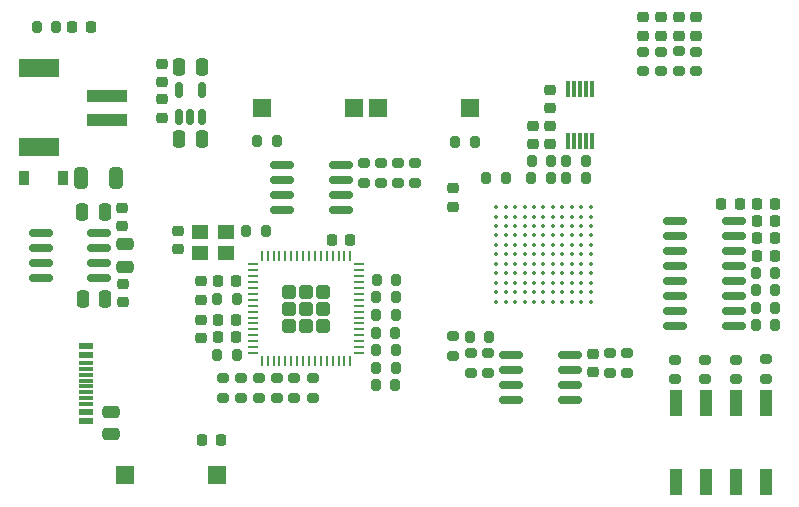
<source format=gbr>
%TF.GenerationSoftware,KiCad,Pcbnew,(6.0.0)*%
%TF.CreationDate,2022-08-04T21:46:00+02:00*%
%TF.ProjectId,TINY-FPGA-BOARD,54494e59-2d46-4504-9741-2d424f415244,rev?*%
%TF.SameCoordinates,Original*%
%TF.FileFunction,Paste,Top*%
%TF.FilePolarity,Positive*%
%FSLAX46Y46*%
G04 Gerber Fmt 4.6, Leading zero omitted, Abs format (unit mm)*
G04 Created by KiCad (PCBNEW (6.0.0)) date 2022-08-04 21:46:00*
%MOMM*%
%LPD*%
G01*
G04 APERTURE LIST*
G04 Aperture macros list*
%AMRoundRect*
0 Rectangle with rounded corners*
0 $1 Rounding radius*
0 $2 $3 $4 $5 $6 $7 $8 $9 X,Y pos of 4 corners*
0 Add a 4 corners polygon primitive as box body*
4,1,4,$2,$3,$4,$5,$6,$7,$8,$9,$2,$3,0*
0 Add four circle primitives for the rounded corners*
1,1,$1+$1,$2,$3*
1,1,$1+$1,$4,$5*
1,1,$1+$1,$6,$7*
1,1,$1+$1,$8,$9*
0 Add four rect primitives between the rounded corners*
20,1,$1+$1,$2,$3,$4,$5,0*
20,1,$1+$1,$4,$5,$6,$7,0*
20,1,$1+$1,$6,$7,$8,$9,0*
20,1,$1+$1,$8,$9,$2,$3,0*%
G04 Aperture macros list end*
%ADD10RoundRect,0.225000X-0.250000X0.225000X-0.250000X-0.225000X0.250000X-0.225000X0.250000X0.225000X0*%
%ADD11RoundRect,0.200000X0.275000X-0.200000X0.275000X0.200000X-0.275000X0.200000X-0.275000X-0.200000X0*%
%ADD12RoundRect,0.200000X-0.275000X0.200000X-0.275000X-0.200000X0.275000X-0.200000X0.275000X0.200000X0*%
%ADD13RoundRect,0.225000X0.250000X-0.225000X0.250000X0.225000X-0.250000X0.225000X-0.250000X-0.225000X0*%
%ADD14RoundRect,0.200000X-0.200000X-0.275000X0.200000X-0.275000X0.200000X0.275000X-0.200000X0.275000X0*%
%ADD15R,3.500000X1.000000*%
%ADD16R,3.400000X1.500000*%
%ADD17RoundRect,0.250000X-0.475000X0.250000X-0.475000X-0.250000X0.475000X-0.250000X0.475000X0.250000X0*%
%ADD18RoundRect,0.250000X-0.250000X-0.475000X0.250000X-0.475000X0.250000X0.475000X-0.250000X0.475000X0*%
%ADD19RoundRect,0.150000X0.825000X0.150000X-0.825000X0.150000X-0.825000X-0.150000X0.825000X-0.150000X0*%
%ADD20RoundRect,0.225000X-0.225000X-0.250000X0.225000X-0.250000X0.225000X0.250000X-0.225000X0.250000X0*%
%ADD21R,1.150000X0.600000*%
%ADD22R,1.150000X0.300000*%
%ADD23R,1.120000X2.160000*%
%ADD24RoundRect,0.225000X0.225000X0.250000X-0.225000X0.250000X-0.225000X-0.250000X0.225000X-0.250000X0*%
%ADD25RoundRect,0.150000X0.150000X-0.512500X0.150000X0.512500X-0.150000X0.512500X-0.150000X-0.512500X0*%
%ADD26RoundRect,0.200000X0.200000X0.275000X-0.200000X0.275000X-0.200000X-0.275000X0.200000X-0.275000X0*%
%ADD27RoundRect,0.250000X0.250000X0.475000X-0.250000X0.475000X-0.250000X-0.475000X0.250000X-0.475000X0*%
%ADD28RoundRect,0.218750X0.218750X0.256250X-0.218750X0.256250X-0.218750X-0.256250X0.218750X-0.256250X0*%
%ADD29RoundRect,0.150000X-0.825000X-0.150000X0.825000X-0.150000X0.825000X0.150000X-0.825000X0.150000X0*%
%ADD30RoundRect,0.250000X-0.325000X-0.650000X0.325000X-0.650000X0.325000X0.650000X-0.325000X0.650000X0*%
%ADD31R,1.500000X1.500000*%
%ADD32RoundRect,0.218750X-0.256250X0.218750X-0.256250X-0.218750X0.256250X-0.218750X0.256250X0.218750X0*%
%ADD33R,0.300000X1.400000*%
%ADD34R,1.400000X1.200000*%
%ADD35R,0.900000X1.200000*%
%ADD36RoundRect,0.250000X0.475000X-0.250000X0.475000X0.250000X-0.475000X0.250000X-0.475000X-0.250000X0*%
%ADD37RoundRect,0.250000X-0.335000X-0.335000X0.335000X-0.335000X0.335000X0.335000X-0.335000X0.335000X0*%
%ADD38RoundRect,0.062500X-0.337500X-0.062500X0.337500X-0.062500X0.337500X0.062500X-0.337500X0.062500X0*%
%ADD39RoundRect,0.062500X-0.062500X-0.337500X0.062500X-0.337500X0.062500X0.337500X-0.062500X0.337500X0*%
%ADD40C,0.350000*%
G04 APERTURE END LIST*
D10*
%TO.C,C12*%
X119270000Y-100855000D03*
X119270000Y-102405000D03*
%TD*%
D11*
%TO.C,R6*%
X102775000Y-86350000D03*
X102775000Y-84700000D03*
%TD*%
D12*
%TO.C,R10*%
X99875000Y-84700000D03*
X99875000Y-86350000D03*
%TD*%
D13*
%TO.C,C14*%
X115625000Y-83050000D03*
X115625000Y-81500000D03*
%TD*%
D14*
%TO.C,R46*%
X107625000Y-82850000D03*
X109275000Y-82850000D03*
%TD*%
D15*
%TO.C,J2*%
X78150000Y-79000000D03*
X78150000Y-81000000D03*
D16*
X72400000Y-76650000D03*
X72400000Y-83350000D03*
%TD*%
D11*
%TO.C,R4*%
X120740000Y-102445000D03*
X120740000Y-100795000D03*
%TD*%
D17*
%TO.C,C28*%
X78450000Y-105750000D03*
X78450000Y-107650000D03*
%TD*%
D18*
%TO.C,C36*%
X76075000Y-96175000D03*
X77975000Y-96175000D03*
%TD*%
D11*
%TO.C,R22*%
X91000000Y-104525000D03*
X91000000Y-102875000D03*
%TD*%
D19*
%TO.C,U3*%
X97925000Y-88680000D03*
X97925000Y-87410000D03*
X97925000Y-86140000D03*
X97925000Y-84870000D03*
X92975000Y-84870000D03*
X92975000Y-86140000D03*
X92975000Y-87410000D03*
X92975000Y-88680000D03*
%TD*%
D20*
%TO.C,C1*%
X133145000Y-89610000D03*
X134695000Y-89610000D03*
%TD*%
D21*
%TO.C,J1*%
X76390000Y-100137500D03*
X76390000Y-100937500D03*
D22*
X76390000Y-102087500D03*
X76390000Y-103087500D03*
X76390000Y-103587500D03*
X76390000Y-104587500D03*
D21*
X76390000Y-106537500D03*
X76390000Y-105737500D03*
D22*
X76390000Y-105087500D03*
X76390000Y-104087500D03*
X76390000Y-102587500D03*
X76390000Y-101587500D03*
%TD*%
D23*
%TO.C,SW1*%
X133935000Y-104960000D03*
X131395000Y-104960000D03*
X128855000Y-104960000D03*
X126315000Y-104960000D03*
X126315000Y-111690000D03*
X128855000Y-111690000D03*
X131395000Y-111690000D03*
X133935000Y-111690000D03*
%TD*%
D10*
%TO.C,C26*%
X82775000Y-79275000D03*
X82775000Y-80825000D03*
%TD*%
D13*
%TO.C,C7*%
X115650000Y-80050000D03*
X115650000Y-78500000D03*
%TD*%
D24*
%TO.C,C21*%
X89075000Y-97950000D03*
X87525000Y-97950000D03*
%TD*%
D25*
%TO.C,U6*%
X84250000Y-80762500D03*
X85200000Y-80762500D03*
X86150000Y-80762500D03*
X86150000Y-78487500D03*
X84250000Y-78487500D03*
%TD*%
D26*
%TO.C,R32*%
X118700000Y-85925000D03*
X117050000Y-85925000D03*
%TD*%
%TO.C,R35*%
X115750000Y-84500000D03*
X114100000Y-84500000D03*
%TD*%
D13*
%TO.C,C29*%
X82775000Y-77850000D03*
X82775000Y-76300000D03*
%TD*%
D14*
%TO.C,R29*%
X133095000Y-96935000D03*
X134745000Y-96935000D03*
%TD*%
D10*
%TO.C,C22*%
X86100000Y-94675000D03*
X86100000Y-96225000D03*
%TD*%
D27*
%TO.C,C25*%
X86150000Y-82675000D03*
X84250000Y-82675000D03*
%TD*%
D26*
%TO.C,R11*%
X89125000Y-100900000D03*
X87475000Y-100900000D03*
%TD*%
D24*
%TO.C,C20*%
X89075000Y-99425000D03*
X87525000Y-99425000D03*
%TD*%
D20*
%TO.C,C2*%
X133145000Y-88135000D03*
X134695000Y-88135000D03*
%TD*%
D14*
%TO.C,R31*%
X133095000Y-93985000D03*
X134745000Y-93985000D03*
%TD*%
D12*
%TO.C,R43*%
X131375000Y-101325000D03*
X131375000Y-102975000D03*
%TD*%
%TO.C,R38*%
X126550000Y-75225000D03*
X126550000Y-76875000D03*
%TD*%
D11*
%TO.C,R3*%
X108950000Y-102435000D03*
X108950000Y-100785000D03*
%TD*%
D18*
%TO.C,C27*%
X84250000Y-76575000D03*
X86150000Y-76575000D03*
%TD*%
D14*
%TO.C,R28*%
X133095000Y-98410000D03*
X134745000Y-98410000D03*
%TD*%
D11*
%TO.C,R5*%
X110420000Y-102445000D03*
X110420000Y-100795000D03*
%TD*%
D28*
%TO.C,D2*%
X76762500Y-73150000D03*
X75187500Y-73150000D03*
%TD*%
D29*
%TO.C,U9*%
X126245000Y-89565000D03*
X126245000Y-90835000D03*
X126245000Y-92105000D03*
X126245000Y-93375000D03*
X126245000Y-94645000D03*
X126245000Y-95915000D03*
X126245000Y-97185000D03*
X126245000Y-98455000D03*
X131195000Y-98455000D03*
X131195000Y-97185000D03*
X131195000Y-95915000D03*
X131195000Y-94645000D03*
X131195000Y-93375000D03*
X131195000Y-92105000D03*
X131195000Y-90835000D03*
X131195000Y-89565000D03*
%TD*%
D27*
%TO.C,C32*%
X77950000Y-88775000D03*
X76050000Y-88775000D03*
%TD*%
D11*
%TO.C,R7*%
X101325000Y-86350000D03*
X101325000Y-84700000D03*
%TD*%
D29*
%TO.C,U2*%
X112375000Y-100945000D03*
X112375000Y-102215000D03*
X112375000Y-103485000D03*
X112375000Y-104755000D03*
X117325000Y-104755000D03*
X117325000Y-103485000D03*
X117325000Y-102215000D03*
X117325000Y-100945000D03*
%TD*%
D24*
%TO.C,C24*%
X89075000Y-94700000D03*
X87525000Y-94700000D03*
%TD*%
D26*
%TO.C,R17*%
X102575000Y-97550000D03*
X100925000Y-97550000D03*
%TD*%
D14*
%TO.C,R45*%
X90875000Y-82825000D03*
X92525000Y-82825000D03*
%TD*%
D12*
%TO.C,R41*%
X126200000Y-101325000D03*
X126200000Y-102975000D03*
%TD*%
D26*
%TO.C,R14*%
X102575000Y-102000000D03*
X100925000Y-102000000D03*
%TD*%
D30*
%TO.C,FB1*%
X75975000Y-85925000D03*
X78925000Y-85925000D03*
%TD*%
D14*
%TO.C,R1*%
X110275000Y-85950000D03*
X111925000Y-85950000D03*
%TD*%
D11*
%TO.C,R2*%
X122200000Y-102445000D03*
X122200000Y-100795000D03*
%TD*%
D12*
%TO.C,R42*%
X128775000Y-101325000D03*
X128775000Y-102975000D03*
%TD*%
D11*
%TO.C,R23*%
X92500000Y-104525000D03*
X92500000Y-102875000D03*
%TD*%
D20*
%TO.C,C4*%
X133145000Y-92535000D03*
X134695000Y-92535000D03*
%TD*%
%TO.C,C5*%
X133145000Y-91060000D03*
X134695000Y-91060000D03*
%TD*%
D26*
%TO.C,R36*%
X73850000Y-73150000D03*
X72200000Y-73150000D03*
%TD*%
D11*
%TO.C,R26*%
X107470000Y-100985000D03*
X107470000Y-99335000D03*
%TD*%
%TO.C,R20*%
X88000000Y-104525000D03*
X88000000Y-102875000D03*
%TD*%
D31*
%TO.C,SW4*%
X101100000Y-80025000D03*
X108900000Y-80025000D03*
%TD*%
D26*
%TO.C,R34*%
X118675000Y-84500000D03*
X117025000Y-84500000D03*
%TD*%
D32*
%TO.C,D3*%
X128050000Y-72312500D03*
X128050000Y-73887500D03*
%TD*%
%TO.C,D5*%
X125050000Y-72312500D03*
X125050000Y-73887500D03*
%TD*%
D11*
%TO.C,R25*%
X95550000Y-104525000D03*
X95550000Y-102875000D03*
%TD*%
D12*
%TO.C,R40*%
X123550000Y-75250000D03*
X123550000Y-76900000D03*
%TD*%
D33*
%TO.C,U10*%
X117200000Y-82800000D03*
X117700000Y-82800000D03*
X118200000Y-82800000D03*
X118700000Y-82800000D03*
X119200000Y-82800000D03*
X119200000Y-78400000D03*
X118700000Y-78400000D03*
X118200000Y-78400000D03*
X117700000Y-78400000D03*
X117200000Y-78400000D03*
%TD*%
D11*
%TO.C,R21*%
X89500000Y-104525000D03*
X89500000Y-102875000D03*
%TD*%
D34*
%TO.C,U4*%
X86000000Y-92250000D03*
X88200000Y-92250000D03*
X88200000Y-90550000D03*
X86000000Y-90550000D03*
%TD*%
D13*
%TO.C,C33*%
X79450000Y-90025000D03*
X79450000Y-88475000D03*
%TD*%
D24*
%TO.C,C19*%
X98740000Y-91150000D03*
X97190000Y-91150000D03*
%TD*%
D35*
%TO.C,D1*%
X74450000Y-85925000D03*
X71150000Y-85925000D03*
%TD*%
D26*
%TO.C,R15*%
X102575000Y-100500000D03*
X100925000Y-100500000D03*
%TD*%
D11*
%TO.C,R8*%
X104225000Y-86350000D03*
X104225000Y-84700000D03*
%TD*%
D10*
%TO.C,C17*%
X84200000Y-90425000D03*
X84200000Y-91975000D03*
%TD*%
D24*
%TO.C,C16*%
X87775000Y-108100000D03*
X86225000Y-108100000D03*
%TD*%
D26*
%TO.C,R27*%
X110515000Y-99400000D03*
X108865000Y-99400000D03*
%TD*%
%TO.C,R16*%
X102550000Y-99050000D03*
X100900000Y-99050000D03*
%TD*%
D31*
%TO.C,SW2*%
X87475000Y-111100000D03*
X79675000Y-111100000D03*
%TD*%
D26*
%TO.C,R13*%
X102550000Y-103450000D03*
X100900000Y-103450000D03*
%TD*%
D12*
%TO.C,R37*%
X128050000Y-75250000D03*
X128050000Y-76900000D03*
%TD*%
D10*
%TO.C,C23*%
X86075000Y-97925000D03*
X86075000Y-99475000D03*
%TD*%
D36*
%TO.C,C30*%
X79675000Y-93450000D03*
X79675000Y-91550000D03*
%TD*%
D28*
%TO.C,L1*%
X131720000Y-88135000D03*
X130145000Y-88135000D03*
%TD*%
D26*
%TO.C,R19*%
X102625000Y-94550000D03*
X100975000Y-94550000D03*
%TD*%
D14*
%TO.C,R12*%
X87500000Y-96175000D03*
X89150000Y-96175000D03*
%TD*%
D11*
%TO.C,R24*%
X94000000Y-104525000D03*
X94000000Y-102875000D03*
%TD*%
D32*
%TO.C,D6*%
X123550000Y-72312500D03*
X123550000Y-73887500D03*
%TD*%
D31*
%TO.C,SW3*%
X99050000Y-80025000D03*
X91250000Y-80025000D03*
%TD*%
D19*
%TO.C,U11*%
X77500000Y-94380000D03*
X77500000Y-93110000D03*
X77500000Y-91840000D03*
X77500000Y-90570000D03*
X72550000Y-90570000D03*
X72550000Y-91840000D03*
X72550000Y-93110000D03*
X72550000Y-94380000D03*
%TD*%
D13*
%TO.C,C13*%
X114175000Y-83050000D03*
X114175000Y-81500000D03*
%TD*%
D37*
%TO.C,U5*%
X95000000Y-97000000D03*
X93550000Y-98450000D03*
X93550000Y-97000000D03*
X93550000Y-95550000D03*
X95000000Y-98450000D03*
X95000000Y-95550000D03*
X96450000Y-98450000D03*
X96450000Y-97000000D03*
X96450000Y-95550000D03*
D38*
X90550000Y-93250000D03*
X90550000Y-93750000D03*
X90550000Y-94250000D03*
X90550000Y-94750000D03*
X90550000Y-95250000D03*
X90550000Y-95750000D03*
X90550000Y-96250000D03*
X90550000Y-96750000D03*
X90550000Y-97250000D03*
X90550000Y-97750000D03*
X90550000Y-98250000D03*
X90550000Y-98750000D03*
X90550000Y-99250000D03*
X90550000Y-99750000D03*
X90550000Y-100250000D03*
X90550000Y-100750000D03*
D39*
X91250000Y-101450000D03*
X91750000Y-101450000D03*
X92250000Y-101450000D03*
X92750000Y-101450000D03*
X93250000Y-101450000D03*
X93750000Y-101450000D03*
X94250000Y-101450000D03*
X94750000Y-101450000D03*
X95250000Y-101450000D03*
X95750000Y-101450000D03*
X96250000Y-101450000D03*
X96750000Y-101450000D03*
X97250000Y-101450000D03*
X97750000Y-101450000D03*
X98250000Y-101450000D03*
X98750000Y-101450000D03*
D38*
X99450000Y-100750000D03*
X99450000Y-100250000D03*
X99450000Y-99750000D03*
X99450000Y-99250000D03*
X99450000Y-98750000D03*
X99450000Y-98250000D03*
X99450000Y-97750000D03*
X99450000Y-97250000D03*
X99450000Y-96750000D03*
X99450000Y-96250000D03*
X99450000Y-95750000D03*
X99450000Y-95250000D03*
X99450000Y-94750000D03*
X99450000Y-94250000D03*
X99450000Y-93750000D03*
X99450000Y-93250000D03*
D39*
X98750000Y-92550000D03*
X98250000Y-92550000D03*
X97750000Y-92550000D03*
X97250000Y-92550000D03*
X96750000Y-92550000D03*
X96250000Y-92550000D03*
X95750000Y-92550000D03*
X95250000Y-92550000D03*
X94750000Y-92550000D03*
X94250000Y-92550000D03*
X93750000Y-92550000D03*
X93250000Y-92550000D03*
X92750000Y-92550000D03*
X92250000Y-92550000D03*
X91750000Y-92550000D03*
X91250000Y-92550000D03*
%TD*%
D12*
%TO.C,R44*%
X133975000Y-101300000D03*
X133975000Y-102950000D03*
%TD*%
D26*
%TO.C,R18*%
X102600000Y-96050000D03*
X100950000Y-96050000D03*
%TD*%
D13*
%TO.C,C37*%
X79475000Y-96450000D03*
X79475000Y-94900000D03*
%TD*%
D40*
%TO.C,U1*%
X111100000Y-88400000D03*
X111900000Y-88400000D03*
X112700000Y-88400000D03*
X113500000Y-88400000D03*
X114300000Y-88400000D03*
X115100000Y-88400000D03*
X115900000Y-88400000D03*
X116700000Y-88400000D03*
X117500000Y-88400000D03*
X118300000Y-88400000D03*
X119100000Y-88400000D03*
X111100000Y-89200000D03*
X111900000Y-89200000D03*
X112700000Y-89200000D03*
X113500000Y-89200000D03*
X114300000Y-89200000D03*
X115100000Y-89200000D03*
X115900000Y-89200000D03*
X116700000Y-89200000D03*
X117500000Y-89200000D03*
X118300000Y-89200000D03*
X119100000Y-89200000D03*
X111100000Y-90000000D03*
X111900000Y-90000000D03*
X112700000Y-90000000D03*
X113500000Y-90000000D03*
X114300000Y-90000000D03*
X115100000Y-90000000D03*
X115900000Y-90000000D03*
X116700000Y-90000000D03*
X117500000Y-90000000D03*
X118300000Y-90000000D03*
X119100000Y-90000000D03*
X111100000Y-90800000D03*
X111900000Y-90800000D03*
X112700000Y-90800000D03*
X113500000Y-90800000D03*
X114300000Y-90800000D03*
X115100000Y-90800000D03*
X115900000Y-90800000D03*
X116700000Y-90800000D03*
X117500000Y-90800000D03*
X118300000Y-90800000D03*
X119100000Y-90800000D03*
X111100000Y-91600000D03*
X111900000Y-91600000D03*
X112700000Y-91600000D03*
X113500000Y-91600000D03*
X114300000Y-91600000D03*
X115100000Y-91600000D03*
X115900000Y-91600000D03*
X116700000Y-91600000D03*
X117500000Y-91600000D03*
X118300000Y-91600000D03*
X119100000Y-91600000D03*
X111100000Y-92400000D03*
X111900000Y-92400000D03*
X112700000Y-92400000D03*
X113500000Y-92400000D03*
X114300000Y-92400000D03*
X115100000Y-92400000D03*
X115900000Y-92400000D03*
X116700000Y-92400000D03*
X117500000Y-92400000D03*
X118300000Y-92400000D03*
X119100000Y-92400000D03*
X111100000Y-93200000D03*
X111900000Y-93200000D03*
X112700000Y-93200000D03*
X113500000Y-93200000D03*
X114300000Y-93200000D03*
X115100000Y-93200000D03*
X115900000Y-93200000D03*
X116700000Y-93200000D03*
X117500000Y-93200000D03*
X118300000Y-93200000D03*
X119100000Y-93200000D03*
X111100000Y-94000000D03*
X111900000Y-94000000D03*
X112700000Y-94000000D03*
X113500000Y-94000000D03*
X114300000Y-94000000D03*
X115100000Y-94000000D03*
X115900000Y-94000000D03*
X116700000Y-94000000D03*
X117500000Y-94000000D03*
X118300000Y-94000000D03*
X119100000Y-94000000D03*
X111100000Y-94800000D03*
X111900000Y-94800000D03*
X112700000Y-94800000D03*
X113500000Y-94800000D03*
X114300000Y-94800000D03*
X115100000Y-94800000D03*
X115900000Y-94800000D03*
X116700000Y-94800000D03*
X117500000Y-94800000D03*
X118300000Y-94800000D03*
X119100000Y-94800000D03*
X111100000Y-95600000D03*
X111900000Y-95600000D03*
X112700000Y-95600000D03*
X113500000Y-95600000D03*
X114300000Y-95600000D03*
X115100000Y-95600000D03*
X115900000Y-95600000D03*
X116700000Y-95600000D03*
X117500000Y-95600000D03*
X118300000Y-95600000D03*
X119100000Y-95600000D03*
X111100000Y-96400000D03*
X111900000Y-96400000D03*
X112700000Y-96400000D03*
X113500000Y-96400000D03*
X114300000Y-96400000D03*
X115100000Y-96400000D03*
X115900000Y-96400000D03*
X116700000Y-96400000D03*
X117500000Y-96400000D03*
X118300000Y-96400000D03*
X119100000Y-96400000D03*
%TD*%
D14*
%TO.C,R30*%
X133095000Y-95460000D03*
X134745000Y-95460000D03*
%TD*%
D32*
%TO.C,D4*%
X126550000Y-72312500D03*
X126550000Y-73887500D03*
%TD*%
D14*
%TO.C,R9*%
X89925000Y-90450000D03*
X91575000Y-90450000D03*
%TD*%
%TO.C,R33*%
X114075000Y-85925000D03*
X115725000Y-85925000D03*
%TD*%
D12*
%TO.C,R39*%
X125050000Y-75237500D03*
X125050000Y-76887500D03*
%TD*%
D13*
%TO.C,C15*%
X107450000Y-88375000D03*
X107450000Y-86825000D03*
%TD*%
M02*

</source>
